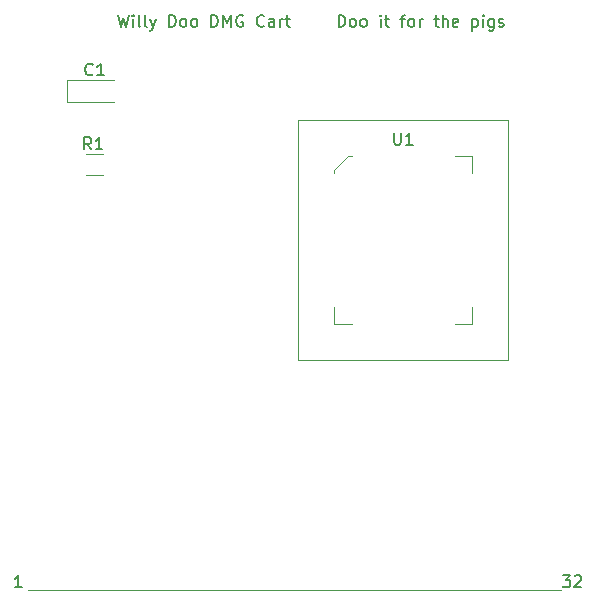
<source format=gbr>
%TF.GenerationSoftware,KiCad,Pcbnew,(6.0.6)*%
%TF.CreationDate,2022-10-29T15:41:58-04:00*%
%TF.ProjectId,isaacCart,69736161-6343-4617-9274-2e6b69636164,rev?*%
%TF.SameCoordinates,Original*%
%TF.FileFunction,Legend,Top*%
%TF.FilePolarity,Positive*%
%FSLAX46Y46*%
G04 Gerber Fmt 4.6, Leading zero omitted, Abs format (unit mm)*
G04 Created by KiCad (PCBNEW (6.0.6)) date 2022-10-29 15:41:58*
%MOMM*%
%LPD*%
G01*
G04 APERTURE LIST*
%ADD10C,0.120000*%
%ADD11C,0.150000*%
G04 APERTURE END LIST*
D10*
X105831240Y-131373407D02*
X150916240Y-131373407D01*
D11*
X132088809Y-83697380D02*
X132088809Y-82697380D01*
X132326904Y-82697380D01*
X132469761Y-82745000D01*
X132565000Y-82840238D01*
X132612619Y-82935476D01*
X132660238Y-83125952D01*
X132660238Y-83268809D01*
X132612619Y-83459285D01*
X132565000Y-83554523D01*
X132469761Y-83649761D01*
X132326904Y-83697380D01*
X132088809Y-83697380D01*
X133231666Y-83697380D02*
X133136428Y-83649761D01*
X133088809Y-83602142D01*
X133041190Y-83506904D01*
X133041190Y-83221190D01*
X133088809Y-83125952D01*
X133136428Y-83078333D01*
X133231666Y-83030714D01*
X133374523Y-83030714D01*
X133469761Y-83078333D01*
X133517380Y-83125952D01*
X133565000Y-83221190D01*
X133565000Y-83506904D01*
X133517380Y-83602142D01*
X133469761Y-83649761D01*
X133374523Y-83697380D01*
X133231666Y-83697380D01*
X134136428Y-83697380D02*
X134041190Y-83649761D01*
X133993571Y-83602142D01*
X133945952Y-83506904D01*
X133945952Y-83221190D01*
X133993571Y-83125952D01*
X134041190Y-83078333D01*
X134136428Y-83030714D01*
X134279285Y-83030714D01*
X134374523Y-83078333D01*
X134422142Y-83125952D01*
X134469761Y-83221190D01*
X134469761Y-83506904D01*
X134422142Y-83602142D01*
X134374523Y-83649761D01*
X134279285Y-83697380D01*
X134136428Y-83697380D01*
X135660238Y-83697380D02*
X135660238Y-83030714D01*
X135660238Y-82697380D02*
X135612619Y-82745000D01*
X135660238Y-82792619D01*
X135707857Y-82745000D01*
X135660238Y-82697380D01*
X135660238Y-82792619D01*
X135993571Y-83030714D02*
X136374523Y-83030714D01*
X136136428Y-82697380D02*
X136136428Y-83554523D01*
X136184047Y-83649761D01*
X136279285Y-83697380D01*
X136374523Y-83697380D01*
X137326904Y-83030714D02*
X137707857Y-83030714D01*
X137469761Y-83697380D02*
X137469761Y-82840238D01*
X137517380Y-82745000D01*
X137612619Y-82697380D01*
X137707857Y-82697380D01*
X138184047Y-83697380D02*
X138088809Y-83649761D01*
X138041190Y-83602142D01*
X137993571Y-83506904D01*
X137993571Y-83221190D01*
X138041190Y-83125952D01*
X138088809Y-83078333D01*
X138184047Y-83030714D01*
X138326904Y-83030714D01*
X138422142Y-83078333D01*
X138469761Y-83125952D01*
X138517380Y-83221190D01*
X138517380Y-83506904D01*
X138469761Y-83602142D01*
X138422142Y-83649761D01*
X138326904Y-83697380D01*
X138184047Y-83697380D01*
X138945952Y-83697380D02*
X138945952Y-83030714D01*
X138945952Y-83221190D02*
X138993571Y-83125952D01*
X139041190Y-83078333D01*
X139136428Y-83030714D01*
X139231666Y-83030714D01*
X140184047Y-83030714D02*
X140565000Y-83030714D01*
X140326904Y-82697380D02*
X140326904Y-83554523D01*
X140374523Y-83649761D01*
X140469761Y-83697380D01*
X140565000Y-83697380D01*
X140898333Y-83697380D02*
X140898333Y-82697380D01*
X141326904Y-83697380D02*
X141326904Y-83173571D01*
X141279285Y-83078333D01*
X141184047Y-83030714D01*
X141041190Y-83030714D01*
X140945952Y-83078333D01*
X140898333Y-83125952D01*
X142184047Y-83649761D02*
X142088809Y-83697380D01*
X141898333Y-83697380D01*
X141803095Y-83649761D01*
X141755476Y-83554523D01*
X141755476Y-83173571D01*
X141803095Y-83078333D01*
X141898333Y-83030714D01*
X142088809Y-83030714D01*
X142184047Y-83078333D01*
X142231666Y-83173571D01*
X142231666Y-83268809D01*
X141755476Y-83364047D01*
X143422142Y-83030714D02*
X143422142Y-84030714D01*
X143422142Y-83078333D02*
X143517380Y-83030714D01*
X143707857Y-83030714D01*
X143803095Y-83078333D01*
X143850714Y-83125952D01*
X143898333Y-83221190D01*
X143898333Y-83506904D01*
X143850714Y-83602142D01*
X143803095Y-83649761D01*
X143707857Y-83697380D01*
X143517380Y-83697380D01*
X143422142Y-83649761D01*
X144326904Y-83697380D02*
X144326904Y-83030714D01*
X144326904Y-82697380D02*
X144279285Y-82745000D01*
X144326904Y-82792619D01*
X144374523Y-82745000D01*
X144326904Y-82697380D01*
X144326904Y-82792619D01*
X145231666Y-83030714D02*
X145231666Y-83840238D01*
X145184047Y-83935476D01*
X145136428Y-83983095D01*
X145041190Y-84030714D01*
X144898333Y-84030714D01*
X144803095Y-83983095D01*
X145231666Y-83649761D02*
X145136428Y-83697380D01*
X144945952Y-83697380D01*
X144850714Y-83649761D01*
X144803095Y-83602142D01*
X144755476Y-83506904D01*
X144755476Y-83221190D01*
X144803095Y-83125952D01*
X144850714Y-83078333D01*
X144945952Y-83030714D01*
X145136428Y-83030714D01*
X145231666Y-83078333D01*
X145660238Y-83649761D02*
X145755476Y-83697380D01*
X145945952Y-83697380D01*
X146041190Y-83649761D01*
X146088809Y-83554523D01*
X146088809Y-83506904D01*
X146041190Y-83411666D01*
X145945952Y-83364047D01*
X145803095Y-83364047D01*
X145707857Y-83316428D01*
X145660238Y-83221190D01*
X145660238Y-83173571D01*
X145707857Y-83078333D01*
X145803095Y-83030714D01*
X145945952Y-83030714D01*
X146041190Y-83078333D01*
X113451904Y-82697380D02*
X113690000Y-83697380D01*
X113880476Y-82983095D01*
X114070952Y-83697380D01*
X114309047Y-82697380D01*
X114690000Y-83697380D02*
X114690000Y-83030714D01*
X114690000Y-82697380D02*
X114642380Y-82745000D01*
X114690000Y-82792619D01*
X114737619Y-82745000D01*
X114690000Y-82697380D01*
X114690000Y-82792619D01*
X115309047Y-83697380D02*
X115213809Y-83649761D01*
X115166190Y-83554523D01*
X115166190Y-82697380D01*
X115832857Y-83697380D02*
X115737619Y-83649761D01*
X115690000Y-83554523D01*
X115690000Y-82697380D01*
X116118571Y-83030714D02*
X116356666Y-83697380D01*
X116594761Y-83030714D02*
X116356666Y-83697380D01*
X116261428Y-83935476D01*
X116213809Y-83983095D01*
X116118571Y-84030714D01*
X117737619Y-83697380D02*
X117737619Y-82697380D01*
X117975714Y-82697380D01*
X118118571Y-82745000D01*
X118213809Y-82840238D01*
X118261428Y-82935476D01*
X118309047Y-83125952D01*
X118309047Y-83268809D01*
X118261428Y-83459285D01*
X118213809Y-83554523D01*
X118118571Y-83649761D01*
X117975714Y-83697380D01*
X117737619Y-83697380D01*
X118880476Y-83697380D02*
X118785238Y-83649761D01*
X118737619Y-83602142D01*
X118690000Y-83506904D01*
X118690000Y-83221190D01*
X118737619Y-83125952D01*
X118785238Y-83078333D01*
X118880476Y-83030714D01*
X119023333Y-83030714D01*
X119118571Y-83078333D01*
X119166190Y-83125952D01*
X119213809Y-83221190D01*
X119213809Y-83506904D01*
X119166190Y-83602142D01*
X119118571Y-83649761D01*
X119023333Y-83697380D01*
X118880476Y-83697380D01*
X119785238Y-83697380D02*
X119690000Y-83649761D01*
X119642380Y-83602142D01*
X119594761Y-83506904D01*
X119594761Y-83221190D01*
X119642380Y-83125952D01*
X119690000Y-83078333D01*
X119785238Y-83030714D01*
X119928095Y-83030714D01*
X120023333Y-83078333D01*
X120070952Y-83125952D01*
X120118571Y-83221190D01*
X120118571Y-83506904D01*
X120070952Y-83602142D01*
X120023333Y-83649761D01*
X119928095Y-83697380D01*
X119785238Y-83697380D01*
X121309047Y-83697380D02*
X121309047Y-82697380D01*
X121547142Y-82697380D01*
X121690000Y-82745000D01*
X121785238Y-82840238D01*
X121832857Y-82935476D01*
X121880476Y-83125952D01*
X121880476Y-83268809D01*
X121832857Y-83459285D01*
X121785238Y-83554523D01*
X121690000Y-83649761D01*
X121547142Y-83697380D01*
X121309047Y-83697380D01*
X122309047Y-83697380D02*
X122309047Y-82697380D01*
X122642380Y-83411666D01*
X122975714Y-82697380D01*
X122975714Y-83697380D01*
X123975714Y-82745000D02*
X123880476Y-82697380D01*
X123737619Y-82697380D01*
X123594761Y-82745000D01*
X123499523Y-82840238D01*
X123451904Y-82935476D01*
X123404285Y-83125952D01*
X123404285Y-83268809D01*
X123451904Y-83459285D01*
X123499523Y-83554523D01*
X123594761Y-83649761D01*
X123737619Y-83697380D01*
X123832857Y-83697380D01*
X123975714Y-83649761D01*
X124023333Y-83602142D01*
X124023333Y-83268809D01*
X123832857Y-83268809D01*
X125785238Y-83602142D02*
X125737619Y-83649761D01*
X125594761Y-83697380D01*
X125499523Y-83697380D01*
X125356666Y-83649761D01*
X125261428Y-83554523D01*
X125213809Y-83459285D01*
X125166190Y-83268809D01*
X125166190Y-83125952D01*
X125213809Y-82935476D01*
X125261428Y-82840238D01*
X125356666Y-82745000D01*
X125499523Y-82697380D01*
X125594761Y-82697380D01*
X125737619Y-82745000D01*
X125785238Y-82792619D01*
X126642380Y-83697380D02*
X126642380Y-83173571D01*
X126594761Y-83078333D01*
X126499523Y-83030714D01*
X126309047Y-83030714D01*
X126213809Y-83078333D01*
X126642380Y-83649761D02*
X126547142Y-83697380D01*
X126309047Y-83697380D01*
X126213809Y-83649761D01*
X126166190Y-83554523D01*
X126166190Y-83459285D01*
X126213809Y-83364047D01*
X126309047Y-83316428D01*
X126547142Y-83316428D01*
X126642380Y-83268809D01*
X127118571Y-83697380D02*
X127118571Y-83030714D01*
X127118571Y-83221190D02*
X127166190Y-83125952D01*
X127213809Y-83078333D01*
X127309047Y-83030714D01*
X127404285Y-83030714D01*
X127594761Y-83030714D02*
X127975714Y-83030714D01*
X127737619Y-82697380D02*
X127737619Y-83554523D01*
X127785238Y-83649761D01*
X127880476Y-83697380D01*
X127975714Y-83697380D01*
%TO.C,R1*%
X111148333Y-94072380D02*
X110815000Y-93596190D01*
X110576904Y-94072380D02*
X110576904Y-93072380D01*
X110957857Y-93072380D01*
X111053095Y-93120000D01*
X111100714Y-93167619D01*
X111148333Y-93262857D01*
X111148333Y-93405714D01*
X111100714Y-93500952D01*
X111053095Y-93548571D01*
X110957857Y-93596190D01*
X110576904Y-93596190D01*
X112100714Y-94072380D02*
X111529285Y-94072380D01*
X111815000Y-94072380D02*
X111815000Y-93072380D01*
X111719761Y-93215238D01*
X111624523Y-93310476D01*
X111529285Y-93358095D01*
%TO.C,J1*%
X105276954Y-131135787D02*
X104705525Y-131135787D01*
X104991240Y-131135787D02*
X104991240Y-130135787D01*
X104896001Y-130278645D01*
X104800763Y-130373883D01*
X104705525Y-130421502D01*
X151081716Y-130135787D02*
X151700763Y-130135787D01*
X151367430Y-130516740D01*
X151510287Y-130516740D01*
X151605525Y-130564359D01*
X151653144Y-130611978D01*
X151700763Y-130707216D01*
X151700763Y-130945311D01*
X151653144Y-131040549D01*
X151605525Y-131088168D01*
X151510287Y-131135787D01*
X151224573Y-131135787D01*
X151129335Y-131088168D01*
X151081716Y-131040549D01*
X152081716Y-130231026D02*
X152129335Y-130183407D01*
X152224573Y-130135787D01*
X152462668Y-130135787D01*
X152557906Y-130183407D01*
X152605525Y-130231026D01*
X152653144Y-130326264D01*
X152653144Y-130421502D01*
X152605525Y-130564359D01*
X152034097Y-131135787D01*
X152653144Y-131135787D01*
%TO.C,C1*%
X111273333Y-87727142D02*
X111225714Y-87774761D01*
X111082857Y-87822380D01*
X110987619Y-87822380D01*
X110844761Y-87774761D01*
X110749523Y-87679523D01*
X110701904Y-87584285D01*
X110654285Y-87393809D01*
X110654285Y-87250952D01*
X110701904Y-87060476D01*
X110749523Y-86965238D01*
X110844761Y-86870000D01*
X110987619Y-86822380D01*
X111082857Y-86822380D01*
X111225714Y-86870000D01*
X111273333Y-86917619D01*
X112225714Y-87822380D02*
X111654285Y-87822380D01*
X111940000Y-87822380D02*
X111940000Y-86822380D01*
X111844761Y-86965238D01*
X111749523Y-87060476D01*
X111654285Y-87108095D01*
%TO.C,U1*%
X136803095Y-92677380D02*
X136803095Y-93486904D01*
X136850714Y-93582142D01*
X136898333Y-93629761D01*
X136993571Y-93677380D01*
X137184047Y-93677380D01*
X137279285Y-93629761D01*
X137326904Y-93582142D01*
X137374523Y-93486904D01*
X137374523Y-92677380D01*
X138374523Y-93677380D02*
X137803095Y-93677380D01*
X138088809Y-93677380D02*
X138088809Y-92677380D01*
X137993571Y-92820238D01*
X137898333Y-92915476D01*
X137803095Y-92963095D01*
D10*
%TO.C,R1*%
X112167064Y-94460000D02*
X110712936Y-94460000D01*
X112167064Y-96280000D02*
X110712936Y-96280000D01*
%TO.C,C1*%
X109130000Y-90055000D02*
X113040000Y-90055000D01*
X109130000Y-88185000D02*
X109130000Y-90055000D01*
X113040000Y-88185000D02*
X109130000Y-88185000D01*
%TO.C,U1*%
X128675000Y-91585000D02*
X146455000Y-91585000D01*
X131740000Y-108840000D02*
X131740000Y-107385000D01*
X141935000Y-94650000D02*
X143390000Y-94650000D01*
X133195000Y-108840000D02*
X131740000Y-108840000D01*
X128675000Y-111905000D02*
X128675000Y-91585000D01*
X146455000Y-111905000D02*
X128675000Y-111905000D01*
X143390000Y-108840000D02*
X143390000Y-107385000D01*
X131740000Y-95822218D02*
X131740000Y-96105000D01*
X146455000Y-91585000D02*
X146455000Y-111905000D01*
X141935000Y-108840000D02*
X143390000Y-108840000D01*
X143390000Y-94650000D02*
X143390000Y-96105000D01*
X133195000Y-94650000D02*
X132912218Y-94650000D01*
X132912218Y-94650000D02*
X131740000Y-95822218D01*
%TD*%
M02*

</source>
